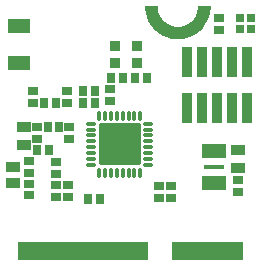
<source format=gts>
G04*
G04 #@! TF.GenerationSoftware,Altium Limited,Altium Designer,22.8.2 (66)*
G04*
G04 Layer_Color=8388736*
%FSLAX25Y25*%
%MOIN*%
G70*
G04*
G04 #@! TF.SameCoordinates,744AB1CC-70DD-4D7F-AE9B-81A1BAE70893*
G04*
G04*
G04 #@! TF.FilePolarity,Negative*
G04*
G01*
G75*
G04:AMPARAMS|DCode=13|XSize=35.43mil|YSize=31.5mil|CornerRadius=1.58mil|HoleSize=0mil|Usage=FLASHONLY|Rotation=180.000|XOffset=0mil|YOffset=0mil|HoleType=Round|Shape=RoundedRectangle|*
%AMROUNDEDRECTD13*
21,1,0.03543,0.02835,0,0,180.0*
21,1,0.03228,0.03150,0,0,180.0*
1,1,0.00315,-0.01614,0.01417*
1,1,0.00315,0.01614,0.01417*
1,1,0.00315,0.01614,-0.01417*
1,1,0.00315,-0.01614,-0.01417*
%
%ADD13ROUNDEDRECTD13*%
%ADD25R,0.02953X0.03347*%
%ADD26R,0.01969X0.06300*%
%ADD27R,0.07087X0.01575*%
%ADD28R,0.02205X0.04567*%
G04:AMPARAMS|DCode=29|XSize=13.78mil|YSize=31.5mil|CornerRadius=2.46mil|HoleSize=0mil|Usage=FLASHONLY|Rotation=90.000|XOffset=0mil|YOffset=0mil|HoleType=Round|Shape=RoundedRectangle|*
%AMROUNDEDRECTD29*
21,1,0.01378,0.02657,0,0,90.0*
21,1,0.00886,0.03150,0,0,90.0*
1,1,0.00492,0.01329,0.00443*
1,1,0.00492,0.01329,-0.00443*
1,1,0.00492,-0.01329,-0.00443*
1,1,0.00492,-0.01329,0.00443*
%
%ADD29ROUNDEDRECTD29*%
G04:AMPARAMS|DCode=30|XSize=13.78mil|YSize=31.5mil|CornerRadius=2.46mil|HoleSize=0mil|Usage=FLASHONLY|Rotation=180.000|XOffset=0mil|YOffset=0mil|HoleType=Round|Shape=RoundedRectangle|*
%AMROUNDEDRECTD30*
21,1,0.01378,0.02657,0,0,180.0*
21,1,0.00886,0.03150,0,0,180.0*
1,1,0.00492,-0.00443,0.01329*
1,1,0.00492,0.00443,0.01329*
1,1,0.00492,0.00443,-0.01329*
1,1,0.00492,-0.00443,-0.01329*
%
%ADD30ROUNDEDRECTD30*%
G04:AMPARAMS|DCode=31|XSize=141.34mil|YSize=141.34mil|CornerRadius=9.55mil|HoleSize=0mil|Usage=FLASHONLY|Rotation=180.000|XOffset=0mil|YOffset=0mil|HoleType=Round|Shape=RoundedRectangle|*
%AMROUNDEDRECTD31*
21,1,0.14134,0.12224,0,0,180.0*
21,1,0.12224,0.14134,0,0,180.0*
1,1,0.01909,-0.06112,0.06112*
1,1,0.01909,0.06112,0.06112*
1,1,0.01909,0.06112,-0.06112*
1,1,0.01909,-0.06112,-0.06112*
%
%ADD31ROUNDEDRECTD31*%
%ADD32R,0.04764X0.03740*%
%ADD33R,0.02756X0.02756*%
%ADD34R,0.03392X0.09849*%
%ADD35R,0.07480X0.04528*%
%ADD36R,0.04528X0.03740*%
%ADD37R,0.03347X0.02953*%
%ADD38C,0.02953*%
G36*
X43912Y86711D02*
X48046Y86711D01*
X48070Y86039D01*
X48315Y84718D01*
X48816Y83471D01*
X49552Y82347D01*
X50495Y81390D01*
X51608Y80637D01*
X52848Y80119D01*
X54165Y79854D01*
X54837Y79821D01*
X55509Y79854D01*
X56826Y80119D01*
X58066Y80637D01*
X59179Y81390D01*
X60122Y82347D01*
X60858Y83471D01*
X61359Y84718D01*
X61604Y86039D01*
X61628Y86711D01*
X61628D01*
X65762D01*
X65768Y85991D01*
X65592Y84561D01*
X65230Y83167D01*
X64688Y81832D01*
X63975Y80581D01*
X63104Y79433D01*
X62090Y78410D01*
X60951Y77529D01*
X59706Y76805D01*
X58376Y76251D01*
X56985Y75876D01*
X55557Y75687D01*
X54837D01*
X54117D01*
X52689Y75876D01*
X51298Y76251D01*
X49968Y76805D01*
X48723Y77529D01*
X47584Y78410D01*
X46570Y79433D01*
X45699Y80581D01*
X44986Y81832D01*
X44444Y83167D01*
X44082Y84561D01*
X43905Y85991D01*
X43912Y86711D01*
D01*
D02*
G37*
D13*
X41043Y73327D02*
D03*
X33760D02*
D03*
X41043Y67618D02*
D03*
X33760D02*
D03*
D25*
X32677Y62598D02*
D03*
X36614D02*
D03*
X10236Y54331D02*
D03*
X14173D02*
D03*
X23228Y58268D02*
D03*
X27165D02*
D03*
X23228Y54331D02*
D03*
X27165D02*
D03*
X24803Y22441D02*
D03*
X28740D02*
D03*
X40551Y62598D02*
D03*
X44488D02*
D03*
X15354Y46457D02*
D03*
X11417D02*
D03*
X7874Y38583D02*
D03*
X11811D02*
D03*
D26*
X2672Y5018D02*
D03*
X4640D02*
D03*
X6609D02*
D03*
X8577D02*
D03*
X10546D02*
D03*
X12514D02*
D03*
X14483D02*
D03*
X16451D02*
D03*
X18420D02*
D03*
X20388D02*
D03*
X22357D02*
D03*
X24325D02*
D03*
X26294D02*
D03*
X28262D02*
D03*
X30231D02*
D03*
X32199D02*
D03*
X34168D02*
D03*
X36136D02*
D03*
X38105D02*
D03*
X40073D02*
D03*
X42042D02*
D03*
X44010D02*
D03*
X53853D02*
D03*
X55821D02*
D03*
X57790D02*
D03*
X59758D02*
D03*
X61727D02*
D03*
X63695D02*
D03*
X65664D02*
D03*
X67632D02*
D03*
X69601D02*
D03*
X71569D02*
D03*
X73538D02*
D03*
X75506D02*
D03*
D27*
X66929Y33071D02*
D03*
D28*
X69882Y27756D02*
D03*
X67913D02*
D03*
X65945D02*
D03*
X63976D02*
D03*
X69882Y38386D02*
D03*
X67913D02*
D03*
X65945D02*
D03*
X63976D02*
D03*
D29*
X25984Y47545D02*
D03*
Y45576D02*
D03*
Y43608D02*
D03*
Y41639D02*
D03*
Y39671D02*
D03*
Y37702D02*
D03*
Y35734D02*
D03*
Y33765D02*
D03*
X44882D02*
D03*
Y35734D02*
D03*
Y37702D02*
D03*
Y39671D02*
D03*
Y41639D02*
D03*
Y43608D02*
D03*
Y45576D02*
D03*
Y47545D02*
D03*
D30*
X28543Y31206D02*
D03*
X30512D02*
D03*
X32480D02*
D03*
X34449D02*
D03*
X36417D02*
D03*
X38386D02*
D03*
X40354D02*
D03*
X42323D02*
D03*
Y50104D02*
D03*
X40354D02*
D03*
X38386D02*
D03*
X36417D02*
D03*
X34449D02*
D03*
X32480D02*
D03*
X30512D02*
D03*
X28543D02*
D03*
D31*
X35433Y40655D02*
D03*
D32*
X0Y32913D02*
D03*
Y27717D02*
D03*
D33*
X79236Y78991D02*
D03*
X75496Y78991D02*
D03*
X79236Y82731D02*
D03*
X75496D02*
D03*
D34*
X77913Y68110D02*
D03*
Y52756D02*
D03*
X72913Y68110D02*
D03*
Y52756D02*
D03*
X67913Y68110D02*
D03*
Y52756D02*
D03*
X62913Y68110D02*
D03*
Y52756D02*
D03*
X57913Y68110D02*
D03*
Y52756D02*
D03*
D35*
X1969Y67803D02*
D03*
Y80228D02*
D03*
D36*
X74803Y32874D02*
D03*
Y38780D02*
D03*
X3543Y40354D02*
D03*
Y46260D02*
D03*
D37*
X14173Y34646D02*
D03*
Y30709D02*
D03*
X18110Y27165D02*
D03*
Y23228D02*
D03*
X18504Y42520D02*
D03*
Y46457D02*
D03*
X7874Y42520D02*
D03*
Y46457D02*
D03*
X52559Y22835D02*
D03*
Y26772D02*
D03*
X5354Y23622D02*
D03*
Y27559D02*
D03*
X74803Y24803D02*
D03*
Y28740D02*
D03*
X32283Y59055D02*
D03*
Y55118D02*
D03*
X68504Y78740D02*
D03*
Y82677D02*
D03*
X14173Y23228D02*
D03*
Y27165D02*
D03*
X48622Y26772D02*
D03*
Y22835D02*
D03*
X17717Y58268D02*
D03*
Y54331D02*
D03*
X6693Y58268D02*
D03*
Y54331D02*
D03*
X5354Y31102D02*
D03*
Y35039D02*
D03*
D38*
X54837Y77557D02*
D03*
X63105Y82675D02*
D03*
X46569D02*
D03*
M02*

</source>
